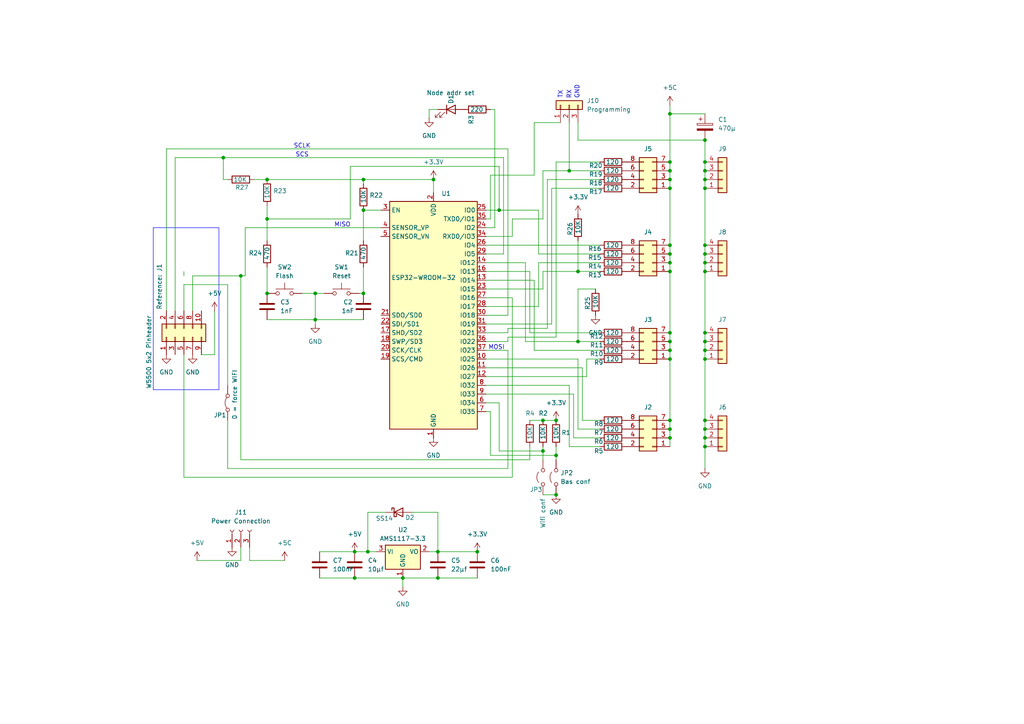
<source format=kicad_sch>
(kicad_sch (version 20250114) (generator "eeschema") (generator_version "9.0")
  (paper "A4")
  (title_block (title "ESP32 PWM PCB") (date "2025-12-02") (rev "1.0") (company "Private Rolf Jethon"))
  (lib_symbols
    (symbol "Connector:Conn_01x03_Socket" (pin_names (offset 1.016) (hide yes))
      (property "Reference" "J" (at 0 5.08 0))
      (property "Value" "Conn_01x03_Socket" (at 0 -5.08 0))
      (symbol "Conn_01x03_Socket_1_1"
        (polyline (pts (xy -1.27 2.54) (xy -0.508 2.54)) (stroke (width 0.1524)))
        (polyline (pts (xy -1.27 0) (xy -0.508 0)) (stroke (width 0.1524)))
        (polyline (pts (xy -1.27 -2.54) (xy -0.508 -2.54)) (stroke (width 0.1524)))
        (arc (start 0 2.032) (mid -0.5058 2.54) (end 0 3.048) (stroke (width 0.1524)))
        (arc (start 0 -0.508) (mid -0.5058 0) (end 0 0.508) (stroke (width 0.1524)))
        (arc (start 0 -3.048) (mid -0.5058 -2.54) (end 0 -2.032) (stroke (width 0.1524)))
        (pin passive line (at -5.08 2.54 0) (length 3.81) (name "Pin_1") (number "1"))
        (pin passive line (at -5.08 0 0) (length 3.81) (name "Pin_2") (number "2"))
        (pin passive line (at -5.08 -2.54 0) (length 3.81) (name "Pin_3") (number "3"))
      )
    )
    (symbol "Connector_Generic:Conn_01x03" (pin_names (offset 1.016) (hide yes))
      (property "Reference" "J" (at 0 5.08 0))
      (property "Value" "Conn_01x03" (at 0 -5.08 0))
      (symbol "Conn_01x03_1_1"
        (rectangle (start -1.27 3.81) (end 1.27 -3.81) (stroke (width 0.254)) (fill (type background)))
        (rectangle (start -1.27 2.667) (end 0 2.413) (stroke (width 0.1524)))
        (rectangle (start -1.27 0.127) (end 0 -0.127) (stroke (width 0.1524)))
        (rectangle (start -1.27 -2.413) (end 0 -2.667) (stroke (width 0.1524)))
        (pin passive line (at -5.08 2.54 0) (length 3.81) (name "Pin_1") (number "1"))
        (pin passive line (at -5.08 0 0) (length 3.81) (name "Pin_2") (number "2"))
        (pin passive line (at -5.08 -2.54 0) (length 3.81) (name "Pin_3") (number "3"))
      )
    )
    (symbol "Connector_Generic:Conn_01x04" (pin_names (offset 1.016) (hide yes))
      (property "Reference" "J" (at 0 5.08 0))
      (property "Value" "Conn_01x04" (at 0 -7.62 0))
      (symbol "Conn_01x04_1_1"
        (rectangle (start -1.27 3.81) (end 1.27 -6.35) (stroke (width 0.254)) (fill (type background)))
        (rectangle (start -1.27 2.667) (end 0 2.413) (stroke (width 0.1524)))
        (rectangle (start -1.27 0.127) (end 0 -0.127) (stroke (width 0.1524)))
        (rectangle (start -1.27 -2.413) (end 0 -2.667) (stroke (width 0.1524)))
        (rectangle (start -1.27 -4.953) (end 0 -5.207) (stroke (width 0.1524)))
        (pin passive line (at -5.08 2.54 0) (length 3.81) (name "Pin_1") (number "1"))
        (pin passive line (at -5.08 0 0) (length 3.81) (name "Pin_2") (number "2"))
        (pin passive line (at -5.08 -2.54 0) (length 3.81) (name "Pin_3") (number "3"))
        (pin passive line (at -5.08 -5.08 0) (length 3.81) (name "Pin_4") (number "4"))
      )
    )
    (symbol "Connector_Generic:Conn_02x04_Odd_Even" (pin_names (offset 1.016) (hide yes))
      (property "Reference" "J" (at 1.27 5.08 0))
      (property "Value" "Conn_02x04_Odd_Even" (at 1.27 -7.62 0))
      (symbol "Conn_02x04_Odd_Even_1_1"
        (rectangle (start -1.27 3.81) (end 3.81 -6.35) (stroke (width 0.254)) (fill (type background)))
        (rectangle (start -1.27 2.667) (end 0 2.413) (stroke (width 0.1524)))
        (rectangle (start -1.27 0.127) (end 0 -0.127) (stroke (width 0.1524)))
        (rectangle (start -1.27 -2.413) (end 0 -2.667) (stroke (width 0.1524)))
        (rectangle (start -1.27 -4.953) (end 0 -5.207) (stroke (width 0.1524)))
        (rectangle (start 3.81 2.667) (end 2.54 2.413) (stroke (width 0.1524)))
        (rectangle (start 3.81 0.127) (end 2.54 -0.127) (stroke (width 0.1524)))
        (rectangle (start 3.81 -2.413) (end 2.54 -2.667) (stroke (width 0.1524)))
        (rectangle (start 3.81 -4.953) (end 2.54 -5.207) (stroke (width 0.1524)))
        (pin passive line (at -5.08 2.54 0) (length 3.81) (name "Pin_1") (number "1"))
        (pin passive line (at -5.08 0 0) (length 3.81) (name "Pin_3") (number "3"))
        (pin passive line (at -5.08 -2.54 0) (length 3.81) (name "Pin_5") (number "5"))
        (pin passive line (at -5.08 -5.08 0) (length 3.81) (name "Pin_7") (number "7"))
        (pin passive line (at 7.62 2.54 180) (length 3.81) (name "Pin_2") (number "2"))
        (pin passive line (at 7.62 0 180) (length 3.81) (name "Pin_4") (number "4"))
        (pin passive line (at 7.62 -2.54 180) (length 3.81) (name "Pin_6") (number "6"))
        (pin passive line (at 7.62 -5.08 180) (length 3.81) (name "Pin_8") (number "8"))
      )
    )
    (symbol "Device:C" (pin_numbers (hide yes)) (pin_names (offset 0.254))
      (property "Reference" "C" (at 0.635 2.54 0))
      (property "Value" "C" (at 0.635 -2.54 0))
      (symbol "C_0_1"
        (polyline (pts (xy -2.032 0.762) (xy 2.032 0.762)) (stroke (width 0.508)))
        (polyline (pts (xy -2.032 -0.762) (xy 2.032 -0.762)) (stroke (width 0.508)))
      )
      (symbol "C_1_1"
        (pin passive line (at 0 3.81 270) (length 2.794) (name "~") (number "1"))
        (pin passive line (at 0 -3.81 90) (length 2.794) (name "~") (number "2"))
      )
    )
    (symbol "Device:C_Polarized" (pin_numbers (hide yes)) (pin_names (offset 0.254))
      (property "Reference" "C" (at 0.635 2.54 0))
      (property "Value" "C_Polarized" (at 0.635 -2.54 0))
      (symbol "C_Polarized_0_1"
        (rectangle (start -2.286 0.508) (end 2.286 1.016))
        (polyline (pts (xy -1.778 2.286) (xy -0.762 2.286)))
        (polyline (pts (xy -1.27 2.794) (xy -1.27 1.778)))
        (rectangle (start 2.286 -0.508) (end -2.286 -1.016) (fill (type outline)))
      )
      (symbol "C_Polarized_1_1"
        (pin passive line (at 0 3.81 270) (length 2.794) (name "~") (number "1"))
        (pin passive line (at 0 -3.81 90) (length 2.794) (name "~") (number "2"))
      )
    )
    (symbol "Device:LED" (pin_numbers (hide yes)) (pin_names (offset 1.016) (hide yes))
      (property "Reference" "D" (at 0 2.54 0))
      (property "Value" "LED" (at 0 -2.54 0))
      (symbol "LED_0_1"
        (polyline (pts (xy -3.048 -0.762) (xy -4.572 -2.286) (xy -3.81 -2.286) (xy -4.572 -2.286) (xy -4.572 -1.524)))
        (polyline (pts (xy -1.778 -0.762) (xy -3.302 -2.286) (xy -2.54 -2.286) (xy -3.302 -2.286) (xy -3.302 -1.524)))
        (polyline (pts (xy -1.27 0) (xy 1.27 0)))
        (polyline (pts (xy -1.27 -1.27) (xy -1.27 1.27)) (stroke (width 0.254)))
        (polyline (pts (xy 1.27 -1.27) (xy 1.27 1.27) (xy -1.27 0) (xy 1.27 -1.27)) (stroke (width 0.254)))
      )
      (symbol "LED_1_1"
        (pin passive line (at -3.81 0 0) (length 2.54) (name "K") (number "1"))
        (pin passive line (at 3.81 0 180) (length 2.54) (name "A") (number "2"))
      )
    )
    (symbol "Device:R" (pin_numbers (hide yes)) (pin_names (offset 0))
      (property "Reference" "R" (at 2.032 0 90))
      (property "Value" "R" (at 0 0 90))
      (symbol "R_0_1"
        (rectangle (start -1.016 -2.54) (end 1.016 2.54) (stroke (width 0.254)))
      )
      (symbol "R_1_1"
        (pin passive line (at 0 3.81 270) (length 1.27) (name "~") (number "1"))
        (pin passive line (at 0 -3.81 90) (length 1.27) (name "~") (number "2"))
      )
    )
    (symbol "Diode:SS14" (pin_numbers (hide yes)) (pin_names (offset 1.016) (hide yes))
      (property "Reference" "D" (at 0 2.54 0))
      (property "Value" "SS14" (at 0 -2.54 0))
      (symbol "SS14_0_1"
        (polyline (pts (xy -1.905 0.635) (xy -1.905 1.27) (xy -1.27 1.27) (xy -1.27 -1.27) (xy -0.635 -1.27) (xy -0.635 -0.635)) (stroke (width 0.254)))
        (polyline (pts (xy 1.27 1.27) (xy 1.27 -1.27) (xy -1.27 0) (xy 1.27 1.27)) (stroke (width 0.254)))
        (polyline (pts (xy 1.27 0) (xy -1.27 0)))
      )
      (symbol "SS14_1_1"
        (pin passive line (at -3.81 0 0) (length 2.54) (name "K") (number "1"))
        (pin passive line (at 3.81 0 180) (length 2.54) (name "A") (number "2"))
      )
    )
    (symbol "Jumper:Jumper_2_Bridged" (pin_numbers (hide yes)) (pin_names (offset 0) (hide yes))
      (property "Reference" "JP" (at 0 1.905 0))
      (property "Value" "Jumper_2_Bridged" (at 0 -2.54 0))
      (symbol "Jumper_2_Bridged_0_0"
        (circle (center -2.032 0) (radius 0.508))
        (circle (center 2.032 0) (radius 0.508))
      )
      (symbol "Jumper_2_Bridged_0_1"
        (arc (start -1.524 0.254) (mid 0 0.762) (end 1.524 0.254))
      )
      (symbol "Jumper_2_Bridged_1_1"
        (pin passive line (at -5.08 0 0) (length 2.54) (name "A") (number "1"))
        (pin passive line (at 5.08 0 180) (length 2.54) (name "B") (number "2"))
      )
    )
    (symbol "Jumper:Jumper_2_Open" (pin_numbers (hide yes)) (pin_names (offset 0) (hide yes))
      (property "Reference" "JP" (at 0 2.794 0))
      (property "Value" "Jumper_2_Open" (at 0 -2.286 0))
      (symbol "Jumper_2_Open_0_0"
        (circle (center -2.032 0) (radius 0.508))
        (circle (center 2.032 0) (radius 0.508))
      )
      (symbol "Jumper_2_Open_0_1"
        (arc (start -1.524 1.27) (mid 0 1.778) (end 1.524 1.27))
      )
      (symbol "Jumper_2_Open_1_1"
        (pin passive line (at -5.08 0 0) (length 2.54) (name "A") (number "1"))
        (pin passive line (at 5.08 0 180) (length 2.54) (name "B") (number "2"))
      )
    )
    (symbol "RF_Module:ESP32-WROOM-32"
      (property "Reference" "U" (at -12.7 34.29 0))
      (property "Value" "ESP32-WROOM-32" (at 1.27 34.29 0))
      (symbol "ESP32-WROOM-32_0_1"
        (rectangle (start -12.7 33.02) (end 12.7 -33.02) (stroke (width 0.254)) (fill (type background)))
      )
      (symbol "ESP32-WROOM-32_1_1"
        (pin input line (at -15.24 30.48 0) (length 2.54) (name "EN") (number "3"))
        (pin input line (at -15.24 25.4 0) (length 2.54) (name "SENSOR_VP") (number "4"))
        (pin input line (at -15.24 22.86 0) (length 2.54) (name "SENSOR_VN") (number "5"))
        (pin bidirectional line (at -15.24 0 0) (length 2.54) (name "SDO/SD0") (number "21"))
        (pin bidirectional line (at -15.24 -2.54 0) (length 2.54) (name "SDI/SD1") (number "22"))
        (pin bidirectional line (at -15.24 -5.08 0) (length 2.54) (name "SHD/SD2") (number "17"))
        (pin bidirectional line (at -15.24 -7.62 0) (length 2.54) (name "SWP/SD3") (number "18"))
        (pin bidirectional line (at -15.24 -10.16 0) (length 2.54) (name "SCK/CLK") (number "20"))
        (pin bidirectional line (at -15.24 -12.7 0) (length 2.54) (name "SCS/CMD") (number "19"))
        (pin no_connect line (at -12.7 -27.94 0) (length 2.54) (hide yes) (name "NC") (number "32"))
        (pin power_in line (at 0 35.56 270) (length 2.54) (name "VDD") (number "2"))
        (pin power_in line (at 0 -35.56 90) (length 2.54) (name "GND") (number "1"))
        (pin passive line (at 0 -35.56 90) (length 2.54) (hide yes) (name "GND") (number "15"))
        (pin passive line (at 0 -35.56 90) (length 2.54) (hide yes) (name "GND") (number "38"))
        (pin passive line (at 0 -35.56 90) (length 2.54) (hide yes) (name "GND") (number "39"))
        (pin bidirectional line (at 15.24 30.48 180) (length 2.54) (name "IO0") (number "25"))
        (pin bidirectional line (at 15.24 27.94 180) (length 2.54) (name "TXD0/IO1") (number "35"))
        (pin bidirectional line (at 15.24 25.4 180) (length 2.54) (name "IO2") (number "24"))
        (pin bidirectional line (at 15.24 22.86 180) (length 2.54) (name "RXD0/IO3") (number "34"))
        (pin bidirectional line (at 15.24 20.32 180) (length 2.54) (name "IO4") (number "26"))
        (pin bidirectional line (at 15.24 17.78 180) (length 2.54) (name "IO5") (number "29"))
        (pin bidirectional line (at 15.24 15.24 180) (length 2.54) (name "IO12") (number "14"))
        (pin bidirectional line (at 15.24 12.7 180) (length 2.54) (name "IO13") (number "16"))
        (pin bidirectional line (at 15.24 10.16 180) (length 2.54) (name "IO14") (number "13"))
        (pin bidirectional line (at 15.24 7.62 180) (length 2.54) (name "IO15") (number "23"))
        (pin bidirectional line (at 15.24 5.08 180) (length 2.54) (name "IO16") (number "27"))
        (pin bidirectional line (at 15.24 2.54 180) (length 2.54) (name "IO17") (number "28"))
        (pin bidirectional line (at 15.24 0 180) (length 2.54) (name "IO18") (number "30"))
        (pin bidirectional line (at 15.24 -2.54 180) (length 2.54) (name "IO19") (number "31"))
        (pin bidirectional line (at 15.24 -5.08 180) (length 2.54) (name "IO21") (number "33"))
        (pin bidirectional line (at 15.24 -7.62 180) (length 2.54) (name "IO22") (number "36"))
        (pin bidirectional line (at 15.24 -10.16 180) (length 2.54) (name "IO23") (number "37"))
        (pin bidirectional line (at 15.24 -12.7 180) (length 2.54) (name "IO25") (number "10"))
        (pin bidirectional line (at 15.24 -15.24 180) (length 2.54) (name "IO26") (number "11"))
        (pin bidirectional line (at 15.24 -17.78 180) (length 2.54) (name "IO27") (number "12"))
        (pin bidirectional line (at 15.24 -20.32 180) (length 2.54) (name "IO32") (number "8"))
        (pin bidirectional line (at 15.24 -22.86 180) (length 2.54) (name "IO33") (number "9"))
        (pin input line (at 15.24 -25.4 180) (length 2.54) (name "IO34") (number "6"))
        (pin input line (at 15.24 -27.94 180) (length 2.54) (name "IO35") (number "7"))
      )
    )
    (symbol "Regulator_Linear:AMS1117-3.3"
      (property "Reference" "U" (at -3.81 3.175 0))
      (property "Value" "AMS1117-3.3" (at 0 3.175 0))
      (symbol "AMS1117-3.3_0_1"
        (rectangle (start -5.08 -5.08) (end 5.08 1.905) (stroke (width 0.254)) (fill (type background)))
      )
      (symbol "AMS1117-3.3_1_1"
        (pin power_in line (at -7.62 0 0) (length 2.54) (name "VI") (number "3"))
        (pin power_in line (at 0 -7.62 90) (length 2.54) (name "GND") (number "1"))
        (pin power_out line (at 7.62 0 180) (length 2.54) (name "VO") (number "2"))
      )
    )
    (symbol "Switch:SW_Push" (pin_numbers (hide yes)) (pin_names (offset 1.016) (hide yes))
      (property "Reference" "SW" (at 1.27 2.54 0))
      (property "Value" "SW_Push" (at 0 -1.524 0))
      (symbol "SW_Push_0_1"
        (circle (center -2.032 0) (radius 0.508))
        (polyline (pts (xy 0 1.27) (xy 0 3.048)))
        (circle (center 2.032 0) (radius 0.508))
        (polyline (pts (xy 2.54 1.27) (xy -2.54 1.27)))
        (pin passive line (at -5.08 0 0) (length 2.54) (name "1") (number "1"))
        (pin passive line (at 5.08 0 180) (length 2.54) (name "2") (number "2"))
      )
    )
    (symbol "W5500_Modul:W5500 5x2 Pinheader" (pin_names (offset 1.016) (hide yes))
      (property "Reference" "J" (at 1.27 7.62 0) (show_name))
      (property "Value" "W5500 5x2 Pinheader" (at 1.27 -7.62 0))
      (symbol "W5500 5x2 Pinheader_0_1"
        (rectangle (start -15.24 8.89) (end 31.75 -10.16) (stroke (width 0) (color 19 19 255 1)))
      )
      (symbol "W5500 5x2 Pinheader_1_1"
        (rectangle (start -1.27 6.35) (end 3.81 -6.35) (stroke (width 0.254)) (fill (type background)))
        (rectangle (start -1.27 5.207) (end 0 4.953) (stroke (width 0.1524)))
        (rectangle (start -1.27 2.667) (end 0 2.413) (stroke (width 0.1524)))
        (rectangle (start -1.27 0.127) (end 0 -0.127) (stroke (width 0.1524)))
        (rectangle (start -1.27 -2.413) (end 0 -2.667) (stroke (width 0.1524)))
        (rectangle (start -1.27 -4.953) (end 0 -5.207) (stroke (width 0.1524)))
        (rectangle (start 3.81 5.207) (end 2.54 4.953) (stroke (width 0.1524)))
        (rectangle (start 3.81 2.667) (end 2.54 2.413) (stroke (width 0.1524)))
        (rectangle (start 3.81 0.127) (end 2.54 -0.127) (stroke (width 0.1524)))
        (rectangle (start 3.81 -2.413) (end 2.54 -2.667) (stroke (width 0.1524)))
        (rectangle (start 3.81 -4.953) (end 2.54 -5.207) (stroke (width 0.1524)))
        (pin power_in line (at -5.08 5.08 0) (length 3.81) (name "GND") (number "1"))
        (pin input line (at -5.08 2.54 0) (length 3.81) (name "INT") (number "3"))
        (pin input line (at -5.08 0 0) (length 3.81) (name "RST") (number "5"))
        (pin power_in line (at -5.08 -2.54 0) (length 3.81) (name "GND") (number "7"))
        (pin power_in line (at -5.08 -5.08 0) (length 3.81) (name "5V") (number "9"))
        (pin input line (at 7.62 5.08 180) (length 3.81) (name "SCLK") (number "2"))
        (pin input line (at 7.62 2.54 180) (length 3.81) (name "SCS") (number "4"))
        (pin input line (at 7.62 0 180) (length 3.81) (name "MOSI") (number "6"))
        (pin output line (at 7.62 -2.54 180) (length 3.81) (name "MISO") (number "8"))
        (pin power_in line (at 7.62 -5.08 180) (length 3.81) (name "3.3V") (number "10"))
      )
    )
    (symbol "power:+3.3V" (power) (pin_numbers (hide yes)) (pin_names (offset 0) (hide yes))
      (property "Value" "+3.3V" (at 0 3.556 0))
      (symbol "+3.3V_0_1"
        (polyline (pts (xy -0.762 1.27) (xy 0 2.54)))
        (polyline (pts (xy 0 2.54) (xy 0.762 1.27)))
        (polyline (pts (xy 0 0) (xy 0 2.54)))
      )
      (symbol "+3.3V_1_1"
        (pin power_in line (at 0 0 90) (length 0) (name "~") (number "1"))
      )
    )
    (symbol "power:+5C" (power) (pin_numbers (hide yes)) (pin_names (offset 0) (hide yes))
      (property "Value" "+5C" (at 0 3.556 0))
      (symbol "+5C_0_1"
        (polyline (pts (xy -0.762 1.27) (xy 0 2.54)))
        (polyline (pts (xy 0 2.54) (xy 0.762 1.27)))
        (polyline (pts (xy 0 0) (xy 0 2.54)))
      )
      (symbol "+5C_1_1"
        (pin power_in line (at 0 0 90) (length 0) (name "~") (number "1"))
      )
    )
    (symbol "power:+5V" (power) (pin_numbers (hide yes)) (pin_names (offset 0) (hide yes))
      (property "Value" "+5V" (at 0 3.556 0))
      (symbol "+5V_0_1"
        (polyline (pts (xy -0.762 1.27) (xy 0 2.54)))
        (polyline (pts (xy 0 2.54) (xy 0.762 1.27)))
        (polyline (pts (xy 0 0) (xy 0 2.54)))
      )
      (symbol "+5V_1_1"
        (pin power_in line (at 0 0 90) (length 0) (name "~") (number "1"))
      )
    )
    (symbol "power:GND" (power) (pin_numbers (hide yes)) (pin_names (offset 0) (hide yes))
      (property "Value" "GND" (at 0 -3.81 0))
      (symbol "GND_0_1"
        (polyline (pts (xy 0 0) (xy 0 -1.27) (xy 1.27 -1.27) (xy 0 -2.54) (xy -1.27 -1.27) (xy 0 -1.27)))
      )
      (symbol "GND_1_1"
        (pin power_in line (at 0 0 270) (length 0) (name "~") (number "1"))
      )
    )
  )
  (text "GND" (at 167.386 26.67 90) (effects (font (size 1.27 1.27))))
  (text "TX" (at 162.56 27.432 90) (effects (font (size 1.27 1.27))))
  (text "MOSI" (at 144.018 100.838 0) (effects (font (size 1.27 1.27))))
  (text "SCLK" (at 87.63 42.418 0) (effects (font (size 1.27 1.27))))
  (text "SCS" (at 87.63 44.958 0) (effects (font (size 1.27 1.27))))
  (text "RX" (at 165.1 27.432 90) (effects (font (size 1.27 1.27))))
  (text "MISO" (at 99.314 65.278 0) (effects (font (size 1.27 1.27))))
  (junction (at 144.78 60.96))
  (junction (at 204.47 49.53))
  (junction (at 204.47 76.2))
  (junction (at 138.43 160.02))
  (junction (at 204.47 127))
  (junction (at 77.47 85.09))
  (junction (at 194.31 99.06))
  (junction (at 106.68 160.02))
  (junction (at 204.47 46.99))
  (junction (at 194.31 54.61))
  (junction (at 194.31 127))
  (junction (at 167.64 78.74))
  (junction (at 194.31 104.14))
  (junction (at 102.87 160.02))
  (junction (at 204.47 78.74))
  (junction (at 204.47 99.06))
  (junction (at 204.47 73.66))
  (junction (at 194.31 49.53))
  (junction (at 91.44 85.09))
  (junction (at 204.47 104.14))
  (junction (at 204.47 52.07))
  (junction (at 77.47 63.5))
  (junction (at 194.31 124.46))
  (junction (at 64.77 45.72))
  (junction (at 194.31 121.92))
  (junction (at 105.41 85.09))
  (junction (at 161.29 121.92))
  (junction (at 194.31 96.52))
  (junction (at 125.73 52.07))
  (junction (at 127 167.64))
  (junction (at 194.31 52.07))
  (junction (at 204.47 40.64))
  (junction (at 204.47 121.92))
  (junction (at 91.44 92.71))
  (junction (at 194.31 73.66))
  (junction (at 204.47 96.52))
  (junction (at 194.31 101.6))
  (junction (at 102.87 167.64))
  (junction (at 165.1 49.53))
  (junction (at 194.31 46.99))
  (junction (at 157.48 121.92))
  (junction (at 161.29 132.08))
  (junction (at 204.47 101.6))
  (junction (at 161.29 143.51))
  (junction (at 194.31 71.12))
  (junction (at 127 160.02))
  (junction (at 204.47 54.61))
  (junction (at 157.48 130.81))
  (junction (at 167.64 99.06))
  (junction (at 204.47 124.46))
  (junction (at 69.85 80.01))
  (junction (at 204.47 129.54))
  (junction (at 105.41 60.96))
  (junction (at 204.47 71.12))
  (junction (at 194.31 76.2))
  (junction (at 194.31 33.02))
  (junction (at 116.84 167.64))
  (junction (at 105.41 52.07))
  (junction (at 77.47 52.07))
  (junction (at 194.31 78.74))
  (wire (pts (xy 72.39 158.75) (xy 72.39 162.56)))
  (wire (pts (xy 105.41 85.09) (xy 104.14 85.09)))
  (wire (pts (xy 170.18 104.14) (xy 170.18 109.22)))
  (wire (pts (xy 147.32 99.06) (xy 140.97 99.06)))
  (wire (pts (xy 167.64 40.64) (xy 204.47 40.64)))
  (wire (pts (xy 57.15 162.56) (xy 69.85 162.56)))
  (wire (pts (xy 160.02 54.61) (xy 173.99 54.61)))
  (wire (pts (xy 140.97 93.98) (xy 160.02 93.98)))
  (wire (pts (xy 146.05 73.66) (xy 146.05 45.72)))
  (wire (pts (xy 106.68 148.59) (xy 106.68 160.02)))
  (wire (pts (xy 173.99 129.54) (xy 165.1 129.54)))
  (wire (pts (xy 172.72 83.82) (xy 167.64 83.82)))
  (wire (pts (xy 127 160.02) (xy 138.43 160.02)))
  (wire (pts (xy 194.31 30.48) (xy 194.31 33.02)))
  (wire (pts (xy 147.32 97.79) (xy 147.32 99.06)))
  (wire (pts (xy 204.47 46.99) (xy 204.47 49.53)))
  (wire (pts (xy 140.97 96.52) (xy 147.32 96.52)))
  (wire (pts (xy 91.44 92.71) (xy 91.44 93.98)))
  (wire (pts (xy 140.97 68.58) (xy 148.59 68.58)))
  (wire (pts (xy 173.99 121.92) (xy 168.91 121.92)))
  (wire (pts (xy 66.04 52.07) (xy 64.77 52.07)))
  (wire (pts (xy 194.31 46.99) (xy 194.31 49.53)))
  (wire (pts (xy 146.05 45.72) (xy 64.77 45.72)))
  (wire (pts (xy 147.32 91.44) (xy 147.32 43.18)))
  (wire (pts (xy 204.47 78.74) (xy 204.47 96.52)))
  (wire (pts (xy 153.67 121.92) (xy 157.48 121.92)))
  (wire (pts (xy 142.24 50.8) (xy 142.24 63.5)))
  (wire (pts (xy 77.47 63.5) (xy 101.6 63.5)))
  (wire (pts (xy 157.48 49.53) (xy 157.48 63.5)))
  (wire (pts (xy 165.1 49.53) (xy 173.99 49.53)))
  (wire (pts (xy 166.37 127) (xy 166.37 114.3)))
  (wire (pts (xy 194.31 104.14) (xy 194.31 121.92)))
  (wire (pts (xy 71.12 66.04) (xy 71.12 80.01)))
  (wire (pts (xy 204.47 73.66) (xy 204.47 76.2)))
  (wire (pts (xy 156.21 73.66) (xy 173.99 73.66)))
  (wire (pts (xy 77.47 92.71) (xy 91.44 92.71)))
  (wire (pts (xy 167.64 35.56) (xy 167.64 40.64)))
  (wire (pts (xy 66.04 82.55) (xy 66.04 111.76)))
  (wire (pts (xy 157.48 83.82) (xy 140.97 83.82)))
  (wire (pts (xy 204.47 127) (xy 204.47 129.54)))
  (wire (pts (xy 194.31 76.2) (xy 194.31 78.74)))
  (wire (pts (xy 64.77 52.07) (xy 64.77 45.72)))
  (wire (pts (xy 153.67 129.54) (xy 153.67 133.35)))
  (wire (pts (xy 156.21 60.96) (xy 156.21 73.66)))
  (wire (pts (xy 101.6 63.5) (xy 101.6 48.26)))
  (wire (pts (xy 142.24 31.75) (xy 143.51 31.75)))
  (wire (pts (xy 116.84 167.64) (xy 127 167.64)))
  (wire (pts (xy 71.12 80.01) (xy 69.85 80.01)))
  (wire (pts (xy 157.48 78.74) (xy 157.48 83.82)))
  (wire (pts (xy 167.64 99.06) (xy 173.99 99.06)))
  (wire (pts (xy 125.73 52.07) (xy 125.73 55.88)))
  (wire (pts (xy 204.47 96.52) (xy 204.47 99.06)))
  (wire (pts (xy 91.44 85.09) (xy 91.44 92.71)))
  (wire (pts (xy 165.1 111.76) (xy 165.1 129.54)))
  (wire (pts (xy 92.71 160.02) (xy 102.87 160.02)))
  (wire (pts (xy 105.41 69.85) (xy 105.41 60.96)))
  (wire (pts (xy 144.78 116.84) (xy 144.78 130.81)))
  (wire (pts (xy 64.77 45.72) (xy 50.8 45.72)))
  (wire (pts (xy 53.34 82.55) (xy 53.34 90.17)))
  (wire (pts (xy 154.94 35.56) (xy 154.94 50.8)))
  (wire (pts (xy 101.6 48.26) (xy 144.78 48.26)))
  (wire (pts (xy 152.4 99.06) (xy 167.64 99.06)))
  (wire (pts (xy 157.48 130.81) (xy 157.48 133.35)))
  (wire (pts (xy 140.97 86.36) (xy 148.59 86.36)))
  (wire (pts (xy 62.23 90.17) (xy 62.23 102.87)))
  (wire (pts (xy 77.47 77.47) (xy 77.47 85.09)))
  (wire (pts (xy 140.97 91.44) (xy 147.32 91.44)))
  (wire (pts (xy 69.85 80.01) (xy 55.88 80.01)))
  (wire (pts (xy 140.97 101.6) (xy 147.32 101.6)))
  (wire (pts (xy 143.51 31.75) (xy 143.51 66.04)))
  (wire (pts (xy 204.47 124.46) (xy 204.47 127)))
  (wire (pts (xy 69.85 162.56) (xy 69.85 158.75)))
  (wire (pts (xy 55.88 80.01) (xy 55.88 90.17)))
  (wire (pts (xy 69.85 133.35) (xy 153.67 133.35)))
  (wire (pts (xy 148.59 63.5) (xy 157.48 63.5)))
  (wire (pts (xy 152.4 76.2) (xy 152.4 99.06)))
  (wire (pts (xy 194.31 101.6) (xy 194.31 104.14)))
  (wire (pts (xy 156.21 88.9) (xy 140.97 88.9)))
  (wire (pts (xy 204.47 76.2) (xy 204.47 78.74)))
  (wire (pts (xy 140.97 119.38) (xy 142.24 119.38)))
  (wire (pts (xy 194.31 124.46) (xy 194.31 127)))
  (wire (pts (xy 154.94 81.28) (xy 154.94 101.6)))
  (wire (pts (xy 173.99 104.14) (xy 170.18 104.14)))
  (wire (pts (xy 140.97 106.68) (xy 168.91 106.68)))
  (wire (pts (xy 77.47 63.5) (xy 77.47 69.85)))
  (wire (pts (xy 173.99 52.07) (xy 158.75 52.07)))
  (wire (pts (xy 140.97 73.66) (xy 146.05 73.66)))
  (wire (pts (xy 160.02 93.98) (xy 160.02 54.61)))
  (wire (pts (xy 204.47 54.61) (xy 204.47 71.12)))
  (wire (pts (xy 102.87 167.64) (xy 116.84 167.64)))
  (wire (pts (xy 140.97 76.2) (xy 152.4 76.2)))
  (wire (pts (xy 143.51 66.04) (xy 140.97 66.04)))
  (wire (pts (xy 158.75 95.25) (xy 147.32 95.25)))
  (wire (pts (xy 105.41 85.09) (xy 105.41 77.47)))
  (wire (pts (xy 127 148.59) (xy 127 160.02)))
  (wire (pts (xy 173.99 46.99) (xy 161.29 46.99)))
  (wire (pts (xy 105.41 52.07) (xy 105.41 53.34)))
  (wire (pts (xy 153.67 78.74) (xy 153.67 96.52)))
  (wire (pts (xy 157.48 130.81) (xy 144.78 130.81)))
  (wire (pts (xy 142.24 132.08) (xy 161.29 132.08)))
  (wire (pts (xy 194.31 127) (xy 194.31 129.54)))
  (wire (pts (xy 167.64 104.14) (xy 167.64 124.46)))
  (wire (pts (xy 167.64 69.85) (xy 167.64 78.74)))
  (wire (pts (xy 194.31 78.74) (xy 194.31 96.52)))
  (wire (pts (xy 204.47 101.6) (xy 204.47 104.14)))
  (wire (pts (xy 194.31 33.02) (xy 204.47 33.02)))
  (wire (pts (xy 161.29 132.08) (xy 161.29 133.35)))
  (wire (pts (xy 58.42 102.87) (xy 62.23 102.87)))
  (wire (pts (xy 105.41 52.07) (xy 125.73 52.07)))
  (wire (pts (xy 111.76 148.59) (xy 106.68 148.59)))
  (wire (pts (xy 127 167.64) (xy 138.43 167.64)))
  (wire (pts (xy 161.29 46.99) (xy 161.29 97.79)))
  (wire (pts (xy 66.04 135.89) (xy 147.32 135.89)))
  (wire (pts (xy 140.97 114.3) (xy 166.37 114.3)))
  (wire (pts (xy 127 31.75) (xy 124.46 31.75)))
  (wire (pts (xy 77.47 52.07) (xy 105.41 52.07)))
  (wire (pts (xy 194.31 121.92) (xy 194.31 124.46)))
  (wire (pts (xy 48.26 43.18) (xy 48.26 90.17)))
  (wire (pts (xy 105.41 60.96) (xy 110.49 60.96)))
  (wire (pts (xy 72.39 162.56) (xy 82.55 162.56)))
  (wire (pts (xy 66.04 121.92) (xy 66.04 135.89)))
  (wire (pts (xy 204.47 104.14) (xy 204.47 121.92)))
  (wire (pts (xy 140.97 71.12) (xy 173.99 71.12)))
  (wire (pts (xy 153.67 78.74) (xy 140.97 78.74)))
  (wire (pts (xy 157.48 78.74) (xy 167.64 78.74)))
  (wire (pts (xy 173.99 124.46) (xy 167.64 124.46)))
  (wire (pts (xy 194.31 71.12) (xy 194.31 73.66)))
  (wire (pts (xy 119.38 148.59) (xy 127 148.59)))
  (wire (pts (xy 144.78 116.84) (xy 140.97 116.84)))
  (wire (pts (xy 204.47 99.06) (xy 204.47 101.6)))
  (wire (pts (xy 157.48 121.92) (xy 161.29 121.92)))
  (wire (pts (xy 154.94 50.8) (xy 142.24 50.8)))
  (wire (pts (xy 140.97 60.96) (xy 144.78 60.96)))
  (wire (pts (xy 194.31 96.52) (xy 194.31 99.06)))
  (wire (pts (xy 53.34 78.74) (xy 53.34 80.01)))
  (wire (pts (xy 168.91 121.92) (xy 168.91 106.68)))
  (wire (pts (xy 148.59 86.36) (xy 148.59 138.43)))
  (wire (pts (xy 73.66 52.07) (xy 77.47 52.07)))
  (wire (pts (xy 161.29 97.79) (xy 147.32 97.79)))
  (wire (pts (xy 142.24 119.38) (xy 142.24 132.08)))
  (wire (pts (xy 157.48 129.54) (xy 157.48 130.81)))
  (wire (pts (xy 148.59 63.5) (xy 148.59 68.58)))
  (wire (pts (xy 157.48 49.53) (xy 165.1 49.53)))
  (wire (pts (xy 204.47 40.64) (xy 204.47 46.99)))
  (wire (pts (xy 144.78 60.96) (xy 156.21 60.96)))
  (wire (pts (xy 91.44 85.09) (xy 93.98 85.09)))
  (wire (pts (xy 87.63 85.09) (xy 91.44 85.09)))
  (wire (pts (xy 92.71 167.64) (xy 102.87 167.64)))
  (wire (pts (xy 124.46 31.75) (xy 124.46 34.29)))
  (wire (pts (xy 142.24 63.5) (xy 140.97 63.5)))
  (wire (pts (xy 144.78 48.26) (xy 144.78 60.96)))
  (wire (pts (xy 116.84 170.18) (xy 116.84 167.64)))
  (wire (pts (xy 158.75 52.07) (xy 158.75 95.25)))
  (wire (pts (xy 147.32 43.18) (xy 48.26 43.18)))
  (wire (pts (xy 156.21 76.2) (xy 156.21 88.9)))
  (wire (pts (xy 194.31 49.53) (xy 194.31 52.07)))
  (wire (pts (xy 91.44 92.71) (xy 105.41 92.71)))
  (wire (pts (xy 194.31 73.66) (xy 194.31 76.2)))
  (wire (pts (xy 53.34 102.87) (xy 53.34 138.43)))
  (wire (pts (xy 162.56 35.56) (xy 154.94 35.56)))
  (wire (pts (xy 204.47 49.53) (xy 204.47 52.07)))
  (wire (pts (xy 165.1 35.56) (xy 165.1 49.53)))
  (wire (pts (xy 167.64 83.82) (xy 167.64 99.06)))
  (wire (pts (xy 127 160.02) (xy 124.46 160.02)))
  (wire (pts (xy 167.64 78.74) (xy 173.99 78.74)))
  (wire (pts (xy 170.18 109.22) (xy 140.97 109.22)))
  (wire (pts (xy 106.68 160.02) (xy 109.22 160.02)))
  (wire (pts (xy 161.29 132.08) (xy 161.29 129.54)))
  (wire (pts (xy 154.94 81.28) (xy 140.97 81.28)))
  (wire (pts (xy 147.32 101.6) (xy 147.32 135.89)))
  (wire (pts (xy 153.67 96.52) (xy 173.99 96.52)))
  (wire (pts (xy 194.31 52.07) (xy 194.31 54.61)))
  (wire (pts (xy 50.8 45.72) (xy 50.8 90.17)))
  (wire (pts (xy 194.31 99.06) (xy 194.31 101.6)))
  (wire (pts (xy 102.87 160.02) (xy 106.68 160.02)))
  (wire (pts (xy 204.47 129.54) (xy 204.47 135.89)))
  (wire (pts (xy 66.04 82.55) (xy 53.34 82.55)))
  (wire (pts (xy 194.31 54.61) (xy 194.31 71.12)))
  (wire (pts (xy 69.85 80.01) (xy 69.85 133.35)))
  (wire (pts (xy 77.47 59.69) (xy 77.47 63.5)))
  (wire (pts (xy 204.47 121.92) (xy 204.47 124.46)))
  (wire (pts (xy 154.94 101.6) (xy 173.99 101.6)))
  (wire (pts (xy 110.49 66.04) (xy 71.12 66.04)))
  (wire (pts (xy 173.99 127) (xy 166.37 127)))
  (wire (pts (xy 165.1 111.76) (xy 140.97 111.76)))
  (wire (pts (xy 157.48 143.51) (xy 161.29 143.51)))
  (wire (pts (xy 194.31 33.02) (xy 194.31 46.99)))
  (wire (pts (xy 204.47 52.07) (xy 204.47 54.61)))
  (wire (pts (xy 147.32 95.25) (xy 147.32 96.52)))
  (wire (pts (xy 204.47 71.12) (xy 204.47 73.66)))
  (wire (pts (xy 148.59 138.43) (xy 53.34 138.43)))
  (wire (pts (xy 140.97 104.14) (xy 167.64 104.14)))
  (wire (pts (xy 156.21 76.2) (xy 173.99 76.2)))
  (symbol (lib_id "Device:R") (at 177.8 73.66 90) (unit 1)
    (property "Reference" "R15" (at 174.498 74.676 90) (effects (justify left)))
    (property "Value" "120" (at 179.578 73.66 90) (effects (justify left)))
    (property "Footprint" "Resistor_SMD:R_0603_1608Metric" (effects (hide yes)))
    (property "Description" "Resistor" (effects (hide yes)))
  )
  (symbol (lib_id "Device:C") (at 102.87 163.83 0) (unit 1)
    (property "Reference" "C4" (at 106.68 162.5599 0) (effects (justify left)))
    (property "Value" "10µf" (at 106.68 165.0999 0) (effects (justify left)))
    (property "Footprint" "Capacitor_SMD:C_1206_3216Metric" (effects (hide yes)))
    (property "Description" "Unpolarized capacitor" (effects (hide yes)))
  )
  (symbol (lib_id "Device:C") (at 92.71 163.83 0) (unit 1)
    (property "Reference" "C7" (at 96.52 162.5599 0) (effects (justify left)))
    (property "Value" "100nF" (at 96.52 165.0999 0) (effects (justify left)))
    (property "Footprint" "Capacitor_SMD:C_0603_1608Metric" (effects (hide yes)))
    (property "Description" "Unpolarized capacitor" (effects (hide yes)))
  )
  (symbol (lib_id "Device:LED") (at 130.81 31.75 0) (unit 1)
    (property "Reference" "D1" (at 130.81 27.432 90) (effects (justify right)))
    (property "Value" "Node addr set" (at 137.668 26.924 0) (effects (justify right)))
    (property "Footprint" "LED_THT:LED_D3.0mm" (effects (hide yes)))
    (property "Description" "Light emitting diode" (effects (hide yes)))
    (property "Sim.Pins" "1=K 2=A" (effects (hide yes)))
  )
  (symbol (lib_id "Device:R") (at 167.64 66.04 0) (unit 1)
    (property "Reference" "R26" (at 165.354 68.326 90) (effects (justify left)))
    (property "Value" "10K" (at 167.64 67.818 90) (effects (justify left)))
    (property "Footprint" "Resistor_SMD:R_0603_1608Metric" (effects (hide yes)))
    (property "Description" "Resistor" (effects (hide yes)))
  )
  (symbol (lib_id "Device:R") (at 69.85 52.07 90) (unit 1)
    (property "Reference" "R27" (at 72.136 54.356 90) (effects (justify left)))
    (property "Value" "10K" (at 71.628 52.07 90) (effects (justify left)))
    (property "Footprint" "Resistor_SMD:R_0603_1608Metric" (effects (hide yes)))
    (property "Description" "Resistor" (effects (hide yes)))
  )
  (symbol (lib_id "Device:R") (at 177.8 71.12 90) (unit 1)
    (property "Reference" "R16" (at 174.498 72.136 90) (effects (justify left)))
    (property "Value" "120" (at 179.578 71.12 90) (effects (justify left)))
    (property "Footprint" "Resistor_SMD:R_0603_1608Metric" (effects (hide yes)))
    (property "Description" "Resistor" (effects (hide yes)))
  )
  (symbol (lib_id "power:GND") (at 55.88 102.87 0) (unit 1)
    (property "Reference" "#PWR03" (effects (hide yes)))
    (property "Value" "GND" (at 55.88 107.95 0))
    (property "Description" "Power symbol creates a global label with name \"GND\" , ground" (effects (hide yes)))
  )
  (symbol (lib_id "power:+5V") (at 102.87 160.02 0) (unit 1)
    (property "Reference" "#PWR016" (effects (hide yes)))
    (property "Value" "+5V" (at 102.87 154.94 0))
    (property "Description" "Power symbol creates a global label with name \"+5V\"" (effects (hide yes)))
  )
  (symbol (lib_id "Device:R") (at 153.67 125.73 0) (unit 1)
    (property "Reference" "R4" (at 152.4 119.888 0) (effects (justify left)))
    (property "Value" "10K" (at 153.67 127.508 90) (effects (justify left)))
    (property "Footprint" "Resistor_SMD:R_0603_1608Metric" (effects (hide yes)))
    (property "Description" "Resistor" (effects (hide yes)))
  )
  (symbol (lib_id "Connector_Generic:Conn_02x04_Odd_Even") (at 189.23 101.6 180) (unit 1)
    (property "Reference" "J3" (at 187.96 92.71 0))
    (property "Footprint" "Connector_PinHeader_2.54mm:PinHeader_2x04_P2.54mm_Vertical" (effects (hide yes)))
    (property "Description" "Generic connector, double row, 02x04, odd/even pin numbering scheme (row 1 odd numbers, row 2 even numbers), script generated (kicad-library-utils/schlib/autogen/connector/)" (effects (hide yes)))
  )
  (symbol (lib_id "Device:R") (at 177.8 124.46 90) (unit 1)
    (property "Reference" "R7" (at 175.006 125.476 90) (effects (justify left)))
    (property "Value" "120" (at 179.578 124.46 90) (effects (justify left)))
    (property "Footprint" "Resistor_SMD:R_0603_1608Metric" (effects (hide yes)))
    (property "Description" "Resistor" (effects (hide yes)))
  )
  (symbol (lib_id "Device:R") (at 172.72 87.63 0) (unit 1)
    (property "Reference" "R25" (at 170.434 89.916 90) (effects (justify left)))
    (property "Value" "10K" (at 172.72 89.408 90) (effects (justify left)))
    (property "Footprint" "Resistor_SMD:R_0603_1608Metric" (effects (hide yes)))
    (property "Description" "Resistor" (effects (hide yes)))
  )
  (symbol (lib_id "W5500_Modul:W5500 5x2 Pinheader") (at 53.34 97.79 90) (unit 1)
    (property "Reference" "J1" (at 46.228 76.454 0) (show_name yes) (effects (justify right)))
    (property "Value" "W5500 5x2 Pinheader" (at 43.18 91.44 0) (effects (justify right)))
    (property "Footprint" "Mylib:W5500_Modul" (effects (hide yes)))
    (property "Description" "W5500_Modul" (effects (hide yes)))
  )
  (symbol (lib_id "power:GND") (at 125.73 127 0) (unit 1)
    (property "Reference" "#PWR01" (effects (hide yes)))
    (property "Value" "GND" (at 125.73 132.08 0))
    (property "Description" "Power symbol creates a global label with name \"GND\" , ground" (effects (hide yes)))
  )
  (symbol (lib_id "power:GND") (at 172.72 91.44 0) (unit 1)
    (property "Reference" "#PWR018" (effects (hide yes)))
    (property "Value" "GND" (at 172.72 96.52 0))
    (property "Description" "Power symbol creates a global label with name \"GND\" , ground" (effects (hide yes)))
  )
  (symbol (lib_id "Device:R") (at 138.43 31.75 90) (unit 1)
    (property "Reference" "R3" (at 136.652 36.068 0) (effects (justify left)))
    (property "Value" "220" (at 140.208 31.75 90) (effects (justify left)))
    (property "Footprint" "Resistor_SMD:R_0603_1608Metric" (effects (hide yes)))
    (property "Description" "Resistor" (effects (hide yes)))
  )
  (symbol (lib_id "power:GND") (at 124.46 34.29 0) (unit 1)
    (property "Reference" "#PWR09" (effects (hide yes)))
    (property "Value" "GND" (at 124.46 39.37 0))
    (property "Description" "Power symbol creates a global label with name \"GND\" , ground" (effects (hide yes)))
  )
  (symbol (lib_id "Device:R") (at 157.48 125.73 0) (unit 1)
    (property "Reference" "R2" (at 156.21 119.888 0) (effects (justify left)))
    (property "Value" "10K" (at 157.48 127.508 90) (effects (justify left)))
    (property "Footprint" "Resistor_SMD:R_0603_1608Metric" (effects (hide yes)))
    (property "Description" "Resistor" (effects (hide yes)))
  )
  (symbol (lib_id "Device:R") (at 105.41 57.15 0) (unit 1)
    (property "Reference" "R22" (at 107.188 56.642 0) (effects (justify left)))
    (property "Value" "10K" (at 105.41 58.928 90) (effects (justify left)))
    (property "Footprint" "Resistor_SMD:R_0603_1608Metric" (effects (hide yes)))
    (property "Description" "Resistor" (effects (hide yes)))
  )
  (symbol (lib_id "power:GND") (at 91.44 93.98 0) (unit 1)
    (property "Reference" "#PWR011" (effects (hide yes)))
    (property "Value" "GND" (at 91.44 99.06 0))
    (property "Description" "Power symbol creates a global label with name \"GND\" , ground" (effects (hide yes)))
  )
  (symbol (lib_id "Connector:Conn_01x03_Socket") (at 69.85 153.67 90) (unit 1)
    (property "Reference" "J11" (at 69.85 148.59 90))
    (property "Value" "Power Connection" (at 69.85 151.13 90))
    (property "Footprint" "Connector_TE-Connectivity:TE_826576-3_1x03_P3.96mm_Vertical" (effects (hide yes)))
    (property "Description" "Generic connector, single row, 01x03, script generated" (effects (hide yes)))
  )
  (symbol (lib_id "Device:R") (at 177.8 129.54 90) (unit 1)
    (property "Reference" "R5" (at 175.006 130.81 90) (effects (justify left)))
    (property "Value" "120" (at 179.578 129.54 90) (effects (justify left)))
    (property "Footprint" "Resistor_SMD:R_0603_1608Metric" (effects (hide yes)))
    (property "Description" "Resistor" (effects (hide yes)))
  )
  (symbol (lib_id "Device:R") (at 77.47 73.66 0) (unit 1)
    (property "Reference" "R24" (at 72.136 73.406 0) (effects (justify left)))
    (property "Value" "470" (at 77.47 75.438 90) (effects (justify left)))
    (property "Footprint" "Resistor_SMD:R_0603_1608Metric" (effects (hide yes)))
    (property "Description" "Resistor" (effects (hide yes)))
  )
  (symbol (lib_id "Device:R") (at 161.29 125.73 0) (unit 1)
    (property "Reference" "R1" (at 162.814 125.476 0) (effects (justify left)))
    (property "Value" "10K" (at 161.29 127.508 90) (effects (justify left)))
    (property "Footprint" "Resistor_SMD:R_0603_1608Metric" (effects (hide yes)))
    (property "Description" "Resistor" (effects (hide yes)))
  )
  (symbol (lib_id "Device:C") (at 77.47 88.9 0) (unit 1)
    (property "Reference" "C3" (at 81.28 87.6299 0) (effects (justify left)))
    (property "Value" "1nF" (at 81.28 90.1699 0) (effects (justify left)))
    (property "Footprint" "Capacitor_SMD:C_0603_1608Metric" (effects (hide yes)))
    (property "Description" "Unpolarized capacitor" (effects (hide yes)))
  )
  (symbol (lib_id "Connector_Generic:Conn_01x04") (at 209.55 52.07 0) (mirror x) (unit 1)
    (property "Reference" "J9" (at 209.55 43.18 0))
    (property "Footprint" "Connector_PinHeader_2.54mm:PinHeader_1x04_P2.54mm_Vertical" (effects (hide yes)))
    (property "Description" "Generic connector, single row, 01x04, script generated (kicad-library-utils/schlib/autogen/connector/)" (effects (hide yes)))
  )
  (symbol (lib_id "power:GND") (at 116.84 170.18 0) (unit 1)
    (property "Reference" "#PWR015" (effects (hide yes)))
    (property "Value" "GND" (at 116.84 175.26 0))
    (property "Description" "Power symbol creates a global label with name \"GND\" , ground" (effects (hide yes)))
  )
  (symbol (lib_id "Diode:SS14") (at 115.57 148.59 0) (unit 1)
    (property "Reference" "D2" (at 118.872 150.114 0))
    (property "Value" "SS14" (at 111.506 150.368 0))
    (property "Footprint" "Diode_SMD:D_SMA" (effects (hide yes)))
    (property "Datasheet" "https://www.vishay.com/docs/88746/ss12.pdf" (effects (hide yes)))
    (property "Description" "40V 1A Schottky Diode, SMA" (effects (hide yes)))
  )
  (symbol (lib_id "Connector_Generic:Conn_01x04") (at 209.55 127 0) (mirror x) (unit 1)
    (property "Reference" "J6" (at 209.55 118.11 0))
    (property "Footprint" "Connector_PinHeader_2.54mm:PinHeader_1x04_P2.54mm_Vertical" (effects (hide yes)))
    (property "Description" "Generic connector, single row, 01x04, script generated (kicad-library-utils/schlib/autogen/connector/)" (effects (hide yes)))
  )
  (symbol (lib_id "Device:C_Polarized") (at 204.47 36.83 0) (unit 1)
    (property "Reference" "C1" (at 208.28 34.6709 0) (effects (justify left)))
    (property "Value" "470µ" (at 208.28 37.2109 0) (effects (justify left)))
    (property "Footprint" "Capacitor_THT:CP_Radial_D8.0mm_P3.50mm" (effects (hide yes)))
    (property "Description" "Polarized capacitor" (effects (hide yes)))
  )
  (symbol (lib_id "Connector_Generic:Conn_02x04_Odd_Even") (at 189.23 127 180) (unit 1)
    (property "Reference" "J2" (at 187.96 118.11 0))
    (property "Footprint" "Connector_PinHeader_2.54mm:PinHeader_2x04_P2.54mm_Vertical" (effects (hide yes)))
    (property "Description" "Generic connector, double row, 02x04, odd/even pin numbering scheme (row 1 odd numbers, row 2 even numbers), script generated (kicad-library-utils/schlib/autogen/connector/)" (effects (hide yes)))
  )
  (symbol (lib_id "Device:R") (at 105.41 73.66 0) (unit 1)
    (property "Reference" "R21" (at 100.076 73.406 0) (effects (justify left)))
    (property "Value" "470" (at 105.41 75.438 90) (effects (justify left)))
    (property "Footprint" "Resistor_SMD:R_0603_1608Metric" (effects (hide yes)))
    (property "Description" "Resistor" (effects (hide yes)))
  )
  (symbol (lib_id "power:+5C") (at 194.31 30.48 0) (unit 1)
    (property "Reference" "#PWR08" (effects (hide yes)))
    (property "Value" "+5C" (at 194.31 25.4 0))
    (property "Description" "Power symbol creates a global label with name \"+5C\"" (effects (hide yes)))
  )
  (symbol (lib_id "Device:R") (at 177.8 127 90) (unit 1)
    (property "Reference" "R6" (at 175.006 128.016 90) (effects (justify left)))
    (property "Value" "120" (at 179.578 127 90) (effects (justify left)))
    (property "Footprint" "Resistor_SMD:R_0603_1608Metric" (effects (hide yes)))
    (property "Description" "Resistor" (effects (hide yes)))
  )
  (symbol (lib_id "Device:R") (at 177.8 52.07 90) (unit 1)
    (property "Reference" "R18" (at 174.752 53.086 90) (effects (justify left)))
    (property "Value" "120" (at 179.578 52.07 90) (effects (justify left)))
    (property "Footprint" "Resistor_SMD:R_0603_1608Metric" (effects (hide yes)))
    (property "Description" "Resistor" (effects (hide yes)))
  )
  (symbol (lib_id "Device:C") (at 138.43 163.83 0) (unit 1)
    (property "Reference" "C6" (at 142.24 162.5599 0) (effects (justify left)))
    (property "Value" "100nF" (at 142.24 165.0999 0) (effects (justify left)))
    (property "Footprint" "Capacitor_SMD:C_0603_1608Metric" (effects (hide yes)))
    (property "Description" "Unpolarized capacitor" (effects (hide yes)))
  )
  (symbol (lib_id "power:+3.3V") (at 125.73 52.07 0) (unit 1)
    (property "Reference" "#PWR06" (effects (hide yes)))
    (property "Value" "+3.3V" (at 125.73 46.99 0))
    (property "Description" "Power symbol creates a global label with name \"+3.3V\"" (effects (hide yes)))
  )
  (symbol (lib_id "Device:R") (at 177.8 78.74 90) (unit 1)
    (property "Reference" "R13" (at 174.498 79.756 90) (effects (justify left)))
    (property "Value" "120" (at 179.578 78.74 90) (effects (justify left)))
    (property "Footprint" "Resistor_SMD:R_0603_1608Metric" (effects (hide yes)))
    (property "Description" "Resistor" (effects (hide yes)))
  )
  (symbol (lib_id "power:+5C") (at 82.55 162.56 0) (unit 1)
    (property "Reference" "#PWR013" (effects (hide yes)))
    (property "Value" "+5C" (at 82.55 157.48 0))
    (property "Description" "Power symbol creates a global label with name \"+5C\"" (effects (hide yes)))
  )
  (symbol (lib_id "Connector_Generic:Conn_01x04") (at 209.55 101.6 0) (mirror x) (unit 1)
    (property "Reference" "J7" (at 209.55 92.71 0))
    (property "Footprint" "Connector_PinHeader_2.54mm:PinHeader_1x04_P2.54mm_Vertical" (effects (hide yes)))
    (property "Description" "Generic connector, single row, 01x04, script generated (kicad-library-utils/schlib/autogen/connector/)" (effects (hide yes)))
  )
  (symbol (lib_id "Switch:SW_Push") (at 99.06 85.09 0) (unit 1)
    (property "Reference" "SW1" (at 99.06 77.47 0))
    (property "Value" "Reset" (at 99.06 80.01 0))
    (property "Footprint" "Button_Switch_SMD:SW_SPST_SKQG_WithoutStem" (effects (hide yes)))
    (property "Description" "Push button switch, generic, two pins" (effects (hide yes)))
  )
  (symbol (lib_id "Device:R") (at 177.8 76.2 90) (unit 1)
    (property "Reference" "R14" (at 174.498 77.216 90) (effects (justify left)))
    (property "Value" "120" (at 179.578 76.2 90) (effects (justify left)))
    (property "Footprint" "Resistor_SMD:R_0603_1608Metric" (effects (hide yes)))
    (property "Description" "Resistor" (effects (hide yes)))
  )
  (symbol (lib_id "power:GND") (at 161.29 143.51 0) (unit 1)
    (property "Reference" "#PWR010" (effects (hide yes)))
    (property "Value" "GND" (at 161.29 148.59 0))
    (property "Description" "Power symbol creates a global label with name \"GND\" , ground" (effects (hide yes)))
  )
  (symbol (lib_id "RF_Module:ESP32-WROOM-32") (at 125.73 91.44 0) (unit 1)
    (property "Reference" "U1" (at 128.016 56.134 0) (effects (justify left)))
    (property "Value" "ESP32-WROOM-32" (at 113.538 80.518 0) (effects (justify left)))
    (property "Footprint" "Mylib:ESP32-WROOM-32" (effects (hide yes)))
    (property "Datasheet" "kicad-embed://esp32-wroom-32_datasheet_en.pdf" (effects (hide yes)))
    (property "Description" "RF Module, ESP32-D0WDQ6 SoC, Wi-Fi 802.11b/g/n, Bluetooth, BLE, 32-bit, 2.7-3.6V, onboard antenna, SMD" (effects (hide yes)))
  )
  (symbol (lib_id "Connector_Generic:Conn_01x03") (at 165.1 30.48 90) (unit 1)
    (property "Reference" "J10" (at 170.18 29.2099 90) (effects (justify right)))
    (property "Value" "Programming" (at 170.18 31.7499 90) (effects (justify right)))
    (property "Footprint" "Connector_PinHeader_2.54mm:PinHeader_1x03_P2.54mm_Vertical" (effects (hide yes)))
    (property "Description" "Generic connector, single row, 01x03, script generated (kicad-library-utils/schlib/autogen/connector/)" (effects (hide yes)))
  )
  (symbol (lib_id "power:GND") (at 48.26 102.87 0) (unit 1)
    (property "Reference" "#PWR02" (effects (hide yes)))
    (property "Value" "GND" (at 48.26 107.95 0))
    (property "Description" "Power symbol creates a global label with name \"GND\" , ground" (effects (hide yes)))
  )
  (symbol (lib_id "Device:R") (at 77.47 55.88 0) (unit 1)
    (property "Reference" "R23" (at 79.248 55.372 0) (effects (justify left)))
    (property "Value" "10K" (at 77.47 57.658 90) (effects (justify left)))
    (property "Footprint" "Resistor_SMD:R_0603_1608Metric" (effects (hide yes)))
    (property "Description" "Resistor" (effects (hide yes)))
  )
  (symbol (lib_id "Connector_Generic:Conn_02x04_Odd_Even") (at 189.23 76.2 180) (unit 1)
    (property "Reference" "J4" (at 187.96 67.31 0))
    (property "Footprint" "Connector_PinHeader_2.54mm:PinHeader_2x04_P2.54mm_Vertical" (effects (hide yes)))
    (property "Description" "Generic connector, double row, 02x04, odd/even pin numbering scheme (row 1 odd numbers, row 2 even numbers), script generated (kicad-library-utils/schlib/autogen/connector/)" (effects (hide yes)))
  )
  (symbol (lib_id "power:+3.3V") (at 138.43 160.02 0) (unit 1)
    (property "Reference" "#PWR017" (effects (hide yes)))
    (property "Value" "+3.3V" (at 138.43 154.94 0))
    (property "Description" "Power symbol creates a global label with name \"+3.3V\"" (effects (hide yes)))
  )
  (symbol (lib_id "power:GND") (at 204.47 135.89 0) (unit 1)
    (property "Reference" "#PWR07" (effects (hide yes)))
    (property "Value" "GND" (at 204.47 140.97 0))
    (property "Description" "Power symbol creates a global label with name \"GND\" , ground" (effects (hide yes)))
  )
  (symbol (lib_id "Device:R") (at 177.8 96.52 90) (unit 1)
    (property "Reference" "R12" (at 175.006 97.536 90) (effects (justify left)))
    (property "Value" "120" (at 179.578 96.52 90) (effects (justify left)))
    (property "Footprint" "Resistor_SMD:R_0603_1608Metric" (effects (hide yes)))
    (property "Description" "Resistor" (effects (hide yes)))
  )
  (symbol (lib_id "Device:R") (at 177.8 101.6 90) (unit 1)
    (property "Reference" "R10" (at 175.006 102.616 90) (effects (justify left)))
    (property "Value" "120" (at 179.578 101.6 90) (effects (justify left)))
    (property "Footprint" "Resistor_SMD:R_0603_1608Metric" (effects (hide yes)))
    (property "Description" "Resistor" (effects (hide yes)))
  )
  (symbol (lib_id "Device:R") (at 177.8 99.06 90) (unit 1)
    (property "Reference" "R11" (at 175.006 100.076 90) (effects (justify left)))
    (property "Value" "120" (at 179.578 99.06 90) (effects (justify left)))
    (property "Footprint" "Resistor_SMD:R_0603_1608Metric" (effects (hide yes)))
    (property "Description" "Resistor" (effects (hide yes)))
  )
  (symbol (lib_id "power:GND") (at 67.31 158.75 0) (unit 1)
    (property "Reference" "#PWR014" (effects (hide yes)))
    (property "Value" "GND" (at 67.31 163.83 0))
    (property "Description" "Power symbol creates a global label with name \"GND\" , ground" (effects (hide yes)))
  )
  (symbol (lib_id "Device:R") (at 177.8 104.14 90) (unit 1)
    (property "Reference" "R9" (at 175.006 105.156 90) (effects (justify left)))
    (property "Value" "120" (at 179.578 104.14 90) (effects (justify left)))
    (property "Footprint" "Resistor_SMD:R_0603_1608Metric" (effects (hide yes)))
    (property "Description" "Resistor" (effects (hide yes)))
  )
  (symbol (lib_id "Jumper:Jumper_2_Bridged") (at 66.04 116.84 90) (unit 1)
    (property "Reference" "JP1" (at 61.976 120.396 90) (effects (justify right)))
    (property "Value" "0 = force WIFI" (at 68.072 107.188 0) (effects (justify right)))
    (property "Footprint" "Connector_PinHeader_2.54mm:PinHeader_1x02_P2.54mm_Vertical" (effects (hide yes)))
    (property "Description" "Jumper, 2-pole, closed/bridged" (effects (hide yes)))
  )
  (symbol (lib_id "Device:C") (at 105.41 88.9 0) (unit 1)
    (property "Reference" "C2" (at 99.568 87.63 0) (effects (justify left)))
    (property "Value" "1nF" (at 99.06 90.17 0) (effects (justify left)))
    (property "Footprint" "Capacitor_SMD:C_0603_1608Metric" (effects (hide yes)))
    (property "Description" "Unpolarized capacitor" (effects (hide yes)))
  )
  (symbol (lib_id "Device:R") (at 177.8 49.53 90) (unit 1)
    (property "Reference" "R19" (at 174.752 50.546 90) (effects (justify left)))
    (property "Value" "120" (at 179.578 49.53 90) (effects (justify left)))
    (property "Footprint" "Resistor_SMD:R_0603_1608Metric" (effects (hide yes)))
    (property "Description" "Resistor" (effects (hide yes)))
  )
  (symbol (lib_id "Connector_Generic:Conn_01x04") (at 209.55 76.2 0) (mirror x) (unit 1)
    (property "Reference" "J8" (at 209.55 67.31 0))
    (property "Footprint" "Connector_PinHeader_2.54mm:PinHeader_1x04_P2.54mm_Vertical" (effects (hide yes)))
    (property "Description" "Generic connector, single row, 01x04, script generated (kicad-library-utils/schlib/autogen/connector/)" (effects (hide yes)))
  )
  (symbol (lib_id "Regulator_Linear:AMS1117-3.3") (at 116.84 160.02 0) (unit 1)
    (property "Reference" "U2" (at 116.84 153.67 0))
    (property "Value" "AMS1117-3.3" (at 116.84 156.21 0))
    (property "Footprint" "Package_TO_SOT_SMD:SOT-223-3_TabPin2" (effects (hide yes)))
    (property "Datasheet" "http://www.advanced-monolithic.com/pdf/ds1117.pdf" (effects (hide yes)))
    (property "Description" "1A Low Dropout regulator, positive, 3.3V fixed output, SOT-223" (effects (hide yes)))
  )
  (symbol (lib_id "Jumper:Jumper_2_Open") (at 161.29 138.43 90) (unit 1)
    (property "Reference" "JP2" (at 162.56 137.1599 90) (effects (justify right)))
    (property "Value" "Bas conf" (at 162.56 139.6999 90) (effects (justify right)))
    (property "Footprint" "Connector_PinHeader_2.54mm:PinHeader_1x02_P2.54mm_Vertical" (effects (hide yes)))
    (property "Description" "Jumper, 2-pole, open" (effects (hide yes)))
  )
  (symbol (lib_id "Switch:SW_Push") (at 82.55 85.09 0) (unit 1)
    (property "Reference" "SW2" (at 82.55 77.47 0))
    (property "Value" "Flash" (at 82.55 80.01 0))
    (property "Footprint" "Button_Switch_SMD:SW_SPST_SKQG_WithoutStem" (effects (hide yes)))
    (property "Description" "Push button switch, generic, two pins" (effects (hide yes)))
  )
  (symbol (lib_id "Device:R") (at 177.8 46.99 90) (unit 1)
    (property "Reference" "R20" (at 174.752 48.006 90) (effects (justify left)))
    (property "Value" "120" (at 179.578 46.99 90) (effects (justify left)))
    (property "Footprint" "Resistor_SMD:R_0603_1608Metric" (effects (hide yes)))
    (property "Description" "Resistor" (effects (hide yes)))
  )
  (symbol (lib_id "power:+3.3V") (at 167.64 62.23 0) (unit 1)
    (property "Reference" "#PWR019" (effects (hide yes)))
    (property "Value" "+3.3V" (at 167.64 57.15 0))
    (property "Description" "Power symbol creates a global label with name \"+3.3V\"" (effects (hide yes)))
  )
  (symbol (lib_id "power:+3.3V") (at 161.29 121.92 0) (unit 1)
    (property "Reference" "#PWR05" (effects (hide yes)))
    (property "Value" "+3.3V" (at 161.29 116.84 0))
    (property "Description" "Power symbol creates a global label with name \"+3.3V\"" (effects (hide yes)))
  )
  (symbol (lib_id "Connector_Generic:Conn_02x04_Odd_Even") (at 189.23 52.07 180) (unit 1)
    (property "Reference" "J5" (at 187.96 43.18 0))
    (property "Footprint" "Connector_PinHeader_2.54mm:PinHeader_2x04_P2.54mm_Vertical" (effects (hide yes)))
    (property "Description" "Generic connector, double row, 02x04, odd/even pin numbering scheme (row 1 odd numbers, row 2 even numbers), script generated (kicad-library-utils/schlib/autogen/connector/)" (effects (hide yes)))
  )
  (symbol (lib_id "power:+5V") (at 57.15 162.56 0) (unit 1)
    (property "Reference" "#PWR012" (effects (hide yes)))
    (property "Value" "+5V" (at 57.15 157.48 0))
    (property "Description" "Power symbol creates a global label with name \"+5V\"" (effects (hide yes)))
  )
  (symbol (lib_id "Device:R") (at 177.8 121.92 90) (unit 1)
    (property "Reference" "R8" (at 175.006 122.936 90) (effects (justify left)))
    (property "Value" "120" (at 179.578 121.92 90) (effects (justify left)))
    (property "Footprint" "Resistor_SMD:R_0603_1608Metric" (effects (hide yes)))
    (property "Description" "Resistor" (effects (hide yes)))
  )
  (symbol (lib_id "power:+5V") (at 62.23 90.17 0) (unit 1)
    (property "Reference" "#PWR04" (effects (hide yes)))
    (property "Value" "+5V" (at 62.23 85.09 0))
    (property "Description" "Power symbol creates a global label with name \"+5V\"" (effects (hide yes)))
  )
  (symbol (lib_id "Device:C") (at 127 163.83 0) (unit 1)
    (property "Reference" "C5" (at 130.81 162.5599 0) (effects (justify left)))
    (property "Value" "22µf" (at 130.81 165.0999 0) (effects (justify left)))
    (property "Footprint" "Capacitor_SMD:C_1206_3216Metric" (effects (hide yes)))
    (property "Description" "Unpolarized capacitor" (effects (hide yes)))
  )
  (symbol (lib_id "Jumper:Jumper_2_Open") (at 157.48 138.43 90) (unit 1)
    (property "Reference" "JP3" (at 153.67 141.986 90) (effects (justify right)))
    (property "Value" "Wifi conf" (at 157.48 144.526 0) (effects (justify right)))
    (property "Footprint" "Connector_PinHeader_2.54mm:PinHeader_1x02_P2.54mm_Vertical" (effects (hide yes)))
    (property "Description" "Jumper, 2-pole, open" (effects (hide yes)))
  )
  (symbol (lib_id "Device:R") (at 177.8 54.61 90) (unit 1)
    (property "Reference" "R17" (at 174.752 55.626 90) (effects (justify left)))
    (property "Value" "120" (at 179.578 54.61 90) (effects (justify left)))
    (property "Footprint" "Resistor_SMD:R_0603_1608Metric" (effects (hide yes)))
    (property "Description" "Resistor" (effects (hide yes)))
  )
)
</source>
